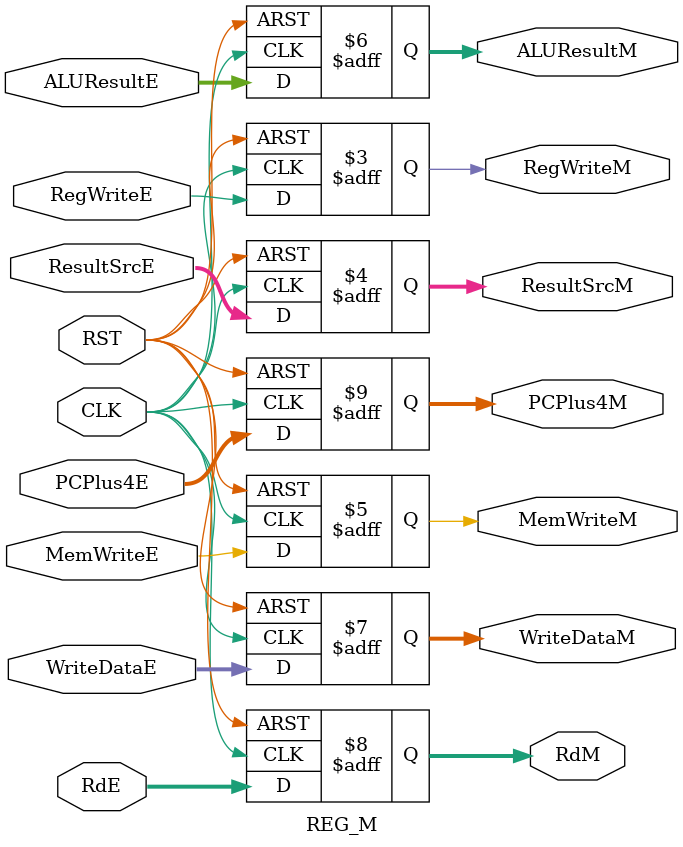
<source format=v>
/*
   Created by : Mohamed Hazem Mamdouh
   12-08-2023
   7:30 PM
 */
//***************  Register of Memory R/W  ***************//
module REG_M (
            input  wire        CLK         ,
            input  wire        RST         ,
            input  wire        RegWriteE   ,
            input  wire [1:0]  ResultSrcE  ,
            input  wire        MemWriteE   ,
            input  wire [31:0] ALUResultE  ,
            input  wire [31:0] WriteDataE  ,
            input  wire [4:0]  RdE         ,
            input  wire [31:0] PCPlus4E    ,
            output reg         RegWriteM   ,
            output reg  [1:0]  ResultSrcM  ,
            output reg         MemWriteM   ,
            output reg  [31:0] ALUResultM  ,
            output reg  [31:0] WriteDataM  ,
            output reg  [4:0]  RdM         ,
            output reg  [31:0] PCPlus4M    
              
    );
  
  always @(posedge CLK or negedge RST)
  begin
   if(!RST)
   begin
   RegWriteM    <= 1'b0   ;
   ResultSrcM   <= 2'b0   ;
   MemWriteM    <= 1'b0   ;
   ALUResultM   <= 32'b0  ;
   WriteDataM   <= 32'b0  ;
   RdM          <= 5'b0   ;
   PCPlus4M     <= 32'b0  ; 
   end
   else
   begin
   RegWriteM    <= RegWriteE   ;
   ResultSrcM   <= ResultSrcE  ;
   MemWriteM    <= MemWriteE   ;
   ALUResultM   <= ALUResultE  ;
   WriteDataM   <= WriteDataE  ;
   RdM          <= RdE         ;
   PCPlus4M     <= PCPlus4E    ;  
   end
   end	

endmodule
</source>
